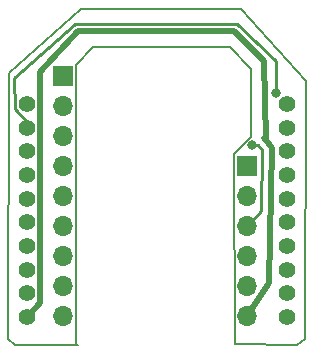
<source format=gtl>
G04 #@! TF.GenerationSoftware,KiCad,Pcbnew,7.99.0-unknown-c07e9c834f~172~ubuntu22.04.1*
G04 #@! TF.CreationDate,2023-09-07T22:16:35+09:00*
G04 #@! TF.ProjectId,bGeigieCast V1.6.0(StampS3),62476569-6769-4654-9361-73742056312e,rev?*
G04 #@! TF.SameCoordinates,Original*
G04 #@! TF.FileFunction,Copper,L1,Top*
G04 #@! TF.FilePolarity,Positive*
%FSLAX46Y46*%
G04 Gerber Fmt 4.6, Leading zero omitted, Abs format (unit mm)*
G04 Created by KiCad (PCBNEW 7.99.0-unknown-c07e9c834f~172~ubuntu22.04.1) date 2023-09-07 22:16:35*
%MOMM*%
%LPD*%
G01*
G04 APERTURE LIST*
G04 #@! TA.AperFunction,ComponentPad*
%ADD10O,1.700000X1.700000*%
G04 #@! TD*
G04 #@! TA.AperFunction,ComponentPad*
%ADD11R,1.700000X1.700000*%
G04 #@! TD*
G04 #@! TA.AperFunction,ComponentPad*
%ADD12C,1.400000*%
G04 #@! TD*
G04 #@! TA.AperFunction,ViaPad*
%ADD13C,0.800000*%
G04 #@! TD*
G04 #@! TA.AperFunction,Conductor*
%ADD14C,0.500000*%
G04 #@! TD*
G04 #@! TA.AperFunction,Conductor*
%ADD15C,0.250000*%
G04 #@! TD*
G04 #@! TA.AperFunction,Profile*
%ADD16C,0.150000*%
G04 #@! TD*
G04 APERTURE END LIST*
D10*
X156050000Y-117292000D03*
X156050000Y-114752000D03*
X156050000Y-112212000D03*
X156050000Y-109672000D03*
X156050000Y-107132000D03*
D11*
X156050000Y-104592000D03*
X140495000Y-96972000D03*
D10*
X140495000Y-99512000D03*
X140495000Y-102052000D03*
X140495000Y-104592000D03*
X140495000Y-107132000D03*
X140495000Y-109672000D03*
X140495000Y-112212000D03*
X140495000Y-114752000D03*
X140495000Y-117292000D03*
D12*
X137400000Y-99350000D03*
X137400000Y-101350000D03*
X137400000Y-103350000D03*
X137400000Y-105350000D03*
X137400000Y-107350000D03*
X137400000Y-109350000D03*
X137400000Y-111350000D03*
X137400000Y-113350000D03*
X137400000Y-115350000D03*
X137400000Y-117350000D03*
X159400000Y-117350000D03*
X159400000Y-115350000D03*
X159400000Y-113350000D03*
X159400000Y-111350000D03*
X159400000Y-109350000D03*
X159400000Y-107350000D03*
X159400000Y-105350000D03*
X159400000Y-103350000D03*
X159400000Y-101350000D03*
X159400000Y-99350000D03*
D13*
X158495000Y-98423007D03*
X156497000Y-102814000D03*
D14*
X137400000Y-117350000D02*
X138550000Y-116200000D01*
X138550000Y-116200000D02*
X138550000Y-96580604D01*
X138550000Y-96580604D02*
X141765000Y-93162000D01*
X141765000Y-93162000D02*
X154973000Y-93162000D01*
X154973000Y-93162000D02*
X157513000Y-95702000D01*
X157513000Y-95702000D02*
X157645500Y-102364500D01*
X157513000Y-102179000D02*
X157645500Y-102364500D01*
X158148000Y-103068000D02*
X157894000Y-114498000D01*
X157894000Y-114498000D02*
X156050000Y-117292000D01*
X157645500Y-102364500D02*
X158148000Y-103068000D01*
D15*
X158495000Y-95702000D02*
X155227000Y-92527000D01*
X136304000Y-97099000D02*
X136375000Y-99772764D01*
X137952236Y-101350000D02*
X137400000Y-101350000D01*
X141511000Y-92527000D02*
X136304000Y-97099000D01*
X158495000Y-98423007D02*
X158495000Y-95702000D01*
X155227000Y-92527000D02*
X141511000Y-92527000D01*
X136375000Y-99772764D02*
X137952236Y-101350000D01*
X157259000Y-108402000D02*
X156050000Y-109672000D01*
X156937000Y-102814000D02*
X157318000Y-103195000D01*
X157318000Y-103195000D02*
X157259000Y-108402000D01*
X156497000Y-102814000D02*
X156937000Y-102814000D01*
D16*
X135836040Y-119197000D02*
X136431000Y-119705000D01*
X135923000Y-96718000D02*
X135836040Y-119197000D01*
X141765000Y-119705000D02*
X136431000Y-119705000D01*
X160306500Y-119705000D02*
X154998400Y-119679600D01*
X160942000Y-119197000D02*
X161005500Y-97353000D01*
X142019000Y-91257000D02*
X135923000Y-96718000D01*
X160942000Y-119197000D02*
X160306500Y-119705000D01*
X141587200Y-96057600D02*
X141587200Y-119679600D01*
X156360127Y-102138500D02*
X154973000Y-103576000D01*
X155544500Y-91257000D02*
X161005500Y-97353000D01*
X154642800Y-94482800D02*
X156370000Y-96337000D01*
X154973000Y-103576000D02*
X154998400Y-119679600D01*
X155544500Y-91257000D02*
X142019000Y-91257000D01*
X142984200Y-94533600D02*
X141587200Y-96057600D01*
X154642800Y-94482800D02*
X142984200Y-94533600D01*
X156370000Y-96337000D02*
X156360127Y-102138500D01*
M02*

</source>
